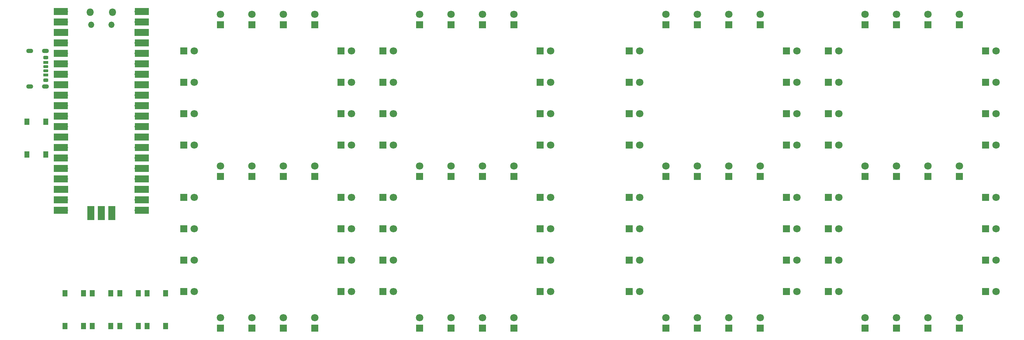
<source format=gbr>
%TF.GenerationSoftware,KiCad,Pcbnew,7.0.8*%
%TF.CreationDate,2023-11-29T08:53:45-05:00*%
%TF.ProjectId,clock,636c6f63-6b2e-46b6-9963-61645f706362,rev?*%
%TF.SameCoordinates,Original*%
%TF.FileFunction,Soldermask,Top*%
%TF.FilePolarity,Negative*%
%FSLAX46Y46*%
G04 Gerber Fmt 4.6, Leading zero omitted, Abs format (unit mm)*
G04 Created by KiCad (PCBNEW 7.0.8) date 2023-11-29 08:53:45*
%MOMM*%
%LPD*%
G01*
G04 APERTURE LIST*
G04 Aperture macros list*
%AMRoundRect*
0 Rectangle with rounded corners*
0 $1 Rounding radius*
0 $2 $3 $4 $5 $6 $7 $8 $9 X,Y pos of 4 corners*
0 Add a 4 corners polygon primitive as box body*
4,1,4,$2,$3,$4,$5,$6,$7,$8,$9,$2,$3,0*
0 Add four circle primitives for the rounded corners*
1,1,$1+$1,$2,$3*
1,1,$1+$1,$4,$5*
1,1,$1+$1,$6,$7*
1,1,$1+$1,$8,$9*
0 Add four rect primitives between the rounded corners*
20,1,$1+$1,$2,$3,$4,$5,0*
20,1,$1+$1,$4,$5,$6,$7,0*
20,1,$1+$1,$6,$7,$8,$9,0*
20,1,$1+$1,$8,$9,$2,$3,0*%
G04 Aperture macros list end*
%ADD10R,1.800000X1.800000*%
%ADD11C,1.800000*%
%ADD12R,1.300000X1.550000*%
%ADD13O,1.800000X1.800000*%
%ADD14O,1.500000X1.500000*%
%ADD15O,1.700000X1.700000*%
%ADD16R,3.500000X1.700000*%
%ADD17R,1.700000X1.700000*%
%ADD18R,1.700000X3.500000*%
%ADD19RoundRect,0.175000X-0.425000X0.175000X-0.425000X-0.175000X0.425000X-0.175000X0.425000X0.175000X0*%
%ADD20RoundRect,0.190000X0.410000X-0.190000X0.410000X0.190000X-0.410000X0.190000X-0.410000X-0.190000X0*%
%ADD21RoundRect,0.200000X0.400000X-0.200000X0.400000X0.200000X-0.400000X0.200000X-0.400000X-0.200000X0*%
%ADD22RoundRect,0.175000X0.425000X-0.175000X0.425000X0.175000X-0.425000X0.175000X-0.425000X-0.175000X0*%
%ADD23RoundRect,0.190000X-0.410000X0.190000X-0.410000X-0.190000X0.410000X-0.190000X0.410000X0.190000X0*%
%ADD24RoundRect,0.200000X-0.400000X0.200000X-0.400000X-0.200000X0.400000X-0.200000X0.400000X0.200000X0*%
%ADD25O,1.700000X1.100000*%
G04 APERTURE END LIST*
D10*
%TO.C,D104*%
X105151000Y-23870600D03*
D11*
X107691000Y-23870600D03*
%TD*%
D10*
%TO.C,D72*%
X143251000Y-46730600D03*
D11*
X145791000Y-46730600D03*
%TD*%
D10*
%TO.C,D1*%
X173731000Y-17520600D03*
D11*
X173731000Y-14980600D03*
%TD*%
D10*
%TO.C,D91*%
X213101000Y-67050600D03*
D11*
X215641000Y-67050600D03*
%TD*%
D10*
%TO.C,D43*%
X164841000Y-31490600D03*
D11*
X167381000Y-31490600D03*
%TD*%
D10*
%TO.C,D36*%
X164841000Y-59430600D03*
D11*
X167381000Y-59430600D03*
%TD*%
D10*
%TO.C,D5*%
X202941000Y-23870600D03*
D11*
X205481000Y-23870600D03*
%TD*%
D10*
%TO.C,D48*%
X56891000Y-23870600D03*
D11*
X59431000Y-23870600D03*
%TD*%
D10*
%TO.C,D22*%
X94991000Y-67050600D03*
D11*
X97531000Y-67050600D03*
%TD*%
D12*
%TO.C,SW3*%
X45938000Y-82689800D03*
X45938000Y-90639800D03*
X41438000Y-82689800D03*
X41438000Y-90639800D03*
%TD*%
D10*
%TO.C,D27*%
X181351000Y-91180600D03*
D11*
X181351000Y-88640600D03*
%TD*%
D10*
%TO.C,D53*%
X65781000Y-54350600D03*
D11*
X65781000Y-51810600D03*
%TD*%
D10*
%TO.C,D81*%
X244851000Y-91180600D03*
D11*
X244851000Y-88640600D03*
%TD*%
D10*
%TO.C,D52*%
X196591000Y-54350600D03*
D11*
X196591000Y-51810600D03*
%TD*%
D10*
%TO.C,D10*%
X73401000Y-17520600D03*
D11*
X73401000Y-14980600D03*
%TD*%
D10*
%TO.C,D21*%
X94991000Y-59430600D03*
D11*
X97531000Y-59430600D03*
%TD*%
D10*
%TO.C,D63*%
X129281000Y-17520600D03*
D11*
X129281000Y-14980600D03*
%TD*%
D12*
%TO.C,SW5*%
X48042000Y-90639800D03*
X48042000Y-82689800D03*
X52542000Y-90639800D03*
X52542000Y-82689800D03*
%TD*%
D10*
%TO.C,D59*%
X237231000Y-17520600D03*
D11*
X237231000Y-14980600D03*
%TD*%
D10*
%TO.C,D103*%
X105151000Y-31490600D03*
D11*
X107691000Y-31490600D03*
%TD*%
D10*
%TO.C,D51*%
X188971000Y-54350600D03*
D11*
X188971000Y-51810600D03*
%TD*%
D10*
%TO.C,D61*%
X114041000Y-17520600D03*
D11*
X114041000Y-14980600D03*
%TD*%
D10*
%TO.C,D45*%
X56891000Y-46730600D03*
D11*
X59431000Y-46730600D03*
%TD*%
D10*
%TO.C,D29*%
X88641000Y-91180600D03*
D11*
X88641000Y-88640600D03*
%TD*%
D10*
%TO.C,D90*%
X213101000Y-74670600D03*
D11*
X215641000Y-74670600D03*
%TD*%
D12*
%TO.C,SW4*%
X18948400Y-48996400D03*
X18948400Y-41046400D03*
X23448400Y-48996400D03*
X23448400Y-41046400D03*
%TD*%
D10*
%TO.C,D96*%
X105151000Y-59430600D03*
D11*
X107691000Y-59430600D03*
%TD*%
D12*
%TO.C,SW2*%
X34732400Y-90639800D03*
X34732400Y-82689800D03*
X39232400Y-90639800D03*
X39232400Y-82689800D03*
%TD*%
D10*
%TO.C,D40*%
X56891000Y-59430600D03*
D11*
X59431000Y-59430600D03*
%TD*%
D10*
%TO.C,D83*%
X229611000Y-91180600D03*
D11*
X229611000Y-88640600D03*
%TD*%
D10*
%TO.C,D19*%
X202941000Y-74670600D03*
D11*
X205481000Y-74670600D03*
%TD*%
D10*
%TO.C,D74*%
X251201000Y-67050600D03*
D11*
X253741000Y-67050600D03*
%TD*%
D10*
%TO.C,D26*%
X188971000Y-91180600D03*
D11*
X188971000Y-88640600D03*
%TD*%
D10*
%TO.C,D67*%
X251201000Y-39110600D03*
D11*
X253741000Y-39110600D03*
%TD*%
D10*
%TO.C,D70*%
X143251000Y-31490600D03*
D11*
X145791000Y-31490600D03*
%TD*%
D10*
%TO.C,D39*%
X56891000Y-67050600D03*
D11*
X59431000Y-67050600D03*
%TD*%
D10*
%TO.C,D56*%
X88641000Y-54350600D03*
D11*
X88641000Y-51810600D03*
%TD*%
D10*
%TO.C,D68*%
X251201000Y-46730600D03*
D11*
X253741000Y-46730600D03*
%TD*%
D10*
%TO.C,D64*%
X136901000Y-17520600D03*
D11*
X136901000Y-14980600D03*
%TD*%
D10*
%TO.C,D109*%
X114041000Y-54350600D03*
D11*
X114041000Y-51810600D03*
%TD*%
D10*
%TO.C,D69*%
X143251000Y-23870600D03*
D11*
X145791000Y-23870600D03*
%TD*%
D10*
%TO.C,D73*%
X251201000Y-59430600D03*
D11*
X253741000Y-59430600D03*
%TD*%
D10*
%TO.C,D89*%
X213101000Y-82290600D03*
D11*
X215641000Y-82290600D03*
%TD*%
D10*
%TO.C,D9*%
X65781000Y-17520600D03*
D11*
X65781000Y-14980600D03*
%TD*%
D10*
%TO.C,D4*%
X196591000Y-17520600D03*
D11*
X196591000Y-14980600D03*
%TD*%
D10*
%TO.C,D88*%
X114041000Y-91180600D03*
D11*
X114041000Y-88640600D03*
%TD*%
D10*
%TO.C,D28*%
X173731000Y-91180600D03*
D11*
X173731000Y-88640600D03*
%TD*%
D10*
%TO.C,D57*%
X221991000Y-17520600D03*
D11*
X221991000Y-14980600D03*
%TD*%
D13*
%TO.C,U1*%
X34206600Y-14455600D03*
D14*
X34506600Y-17485600D03*
X39356600Y-17485600D03*
D13*
X39656600Y-14455600D03*
D15*
X28041600Y-14325600D03*
D16*
X27141600Y-14325600D03*
D15*
X28041600Y-16865600D03*
D16*
X27141600Y-16865600D03*
D17*
X28041600Y-19405600D03*
D16*
X27141600Y-19405600D03*
D15*
X28041600Y-21945600D03*
D16*
X27141600Y-21945600D03*
D15*
X28041600Y-24485600D03*
D16*
X27141600Y-24485600D03*
D15*
X28041600Y-27025600D03*
D16*
X27141600Y-27025600D03*
D15*
X28041600Y-29565600D03*
D16*
X27141600Y-29565600D03*
D17*
X28041600Y-32105600D03*
D16*
X27141600Y-32105600D03*
D15*
X28041600Y-34645600D03*
D16*
X27141600Y-34645600D03*
D15*
X28041600Y-37185600D03*
D16*
X27141600Y-37185600D03*
D15*
X28041600Y-39725600D03*
D16*
X27141600Y-39725600D03*
D15*
X28041600Y-42265600D03*
D16*
X27141600Y-42265600D03*
D17*
X28041600Y-44805600D03*
D16*
X27141600Y-44805600D03*
D15*
X28041600Y-47345600D03*
D16*
X27141600Y-47345600D03*
D15*
X28041600Y-49885600D03*
D16*
X27141600Y-49885600D03*
D15*
X28041600Y-52425600D03*
D16*
X27141600Y-52425600D03*
D15*
X28041600Y-54965600D03*
D16*
X27141600Y-54965600D03*
D17*
X28041600Y-57505600D03*
D16*
X27141600Y-57505600D03*
D15*
X28041600Y-60045600D03*
D16*
X27141600Y-60045600D03*
D15*
X28041600Y-62585600D03*
D16*
X27141600Y-62585600D03*
D15*
X45821600Y-62585600D03*
D16*
X46721600Y-62585600D03*
D15*
X45821600Y-60045600D03*
D16*
X46721600Y-60045600D03*
D17*
X45821600Y-57505600D03*
D16*
X46721600Y-57505600D03*
D15*
X45821600Y-54965600D03*
D16*
X46721600Y-54965600D03*
D15*
X45821600Y-52425600D03*
D16*
X46721600Y-52425600D03*
D15*
X45821600Y-49885600D03*
D16*
X46721600Y-49885600D03*
D15*
X45821600Y-47345600D03*
D16*
X46721600Y-47345600D03*
D17*
X45821600Y-44805600D03*
D16*
X46721600Y-44805600D03*
D15*
X45821600Y-42265600D03*
D16*
X46721600Y-42265600D03*
D15*
X45821600Y-39725600D03*
D16*
X46721600Y-39725600D03*
D15*
X45821600Y-37185600D03*
D16*
X46721600Y-37185600D03*
D15*
X45821600Y-34645600D03*
D16*
X46721600Y-34645600D03*
D17*
X45821600Y-32105600D03*
D16*
X46721600Y-32105600D03*
D15*
X45821600Y-29565600D03*
D16*
X46721600Y-29565600D03*
D15*
X45821600Y-27025600D03*
D16*
X46721600Y-27025600D03*
D15*
X45821600Y-24485600D03*
D16*
X46721600Y-24485600D03*
D15*
X45821600Y-21945600D03*
D16*
X46721600Y-21945600D03*
D17*
X45821600Y-19405600D03*
D16*
X46721600Y-19405600D03*
D15*
X45821600Y-16865600D03*
D16*
X46721600Y-16865600D03*
D15*
X45821600Y-14325600D03*
D16*
X46721600Y-14325600D03*
D15*
X34391600Y-62355600D03*
D18*
X34391600Y-63255600D03*
D17*
X36931600Y-62355600D03*
D18*
X36931600Y-63255600D03*
D15*
X39471600Y-62355600D03*
D18*
X39471600Y-63255600D03*
%TD*%
D12*
%TO.C,SW1*%
X32628400Y-82689800D03*
X32628400Y-90639800D03*
X28128400Y-82689800D03*
X28128400Y-90639800D03*
%TD*%
D10*
%TO.C,D65*%
X251201000Y-23870600D03*
D11*
X253741000Y-23870600D03*
%TD*%
D10*
%TO.C,D24*%
X94991000Y-82290600D03*
D11*
X97531000Y-82290600D03*
%TD*%
D10*
%TO.C,D20*%
X202941000Y-82290600D03*
D11*
X205481000Y-82290600D03*
%TD*%
D10*
%TO.C,D37*%
X56891000Y-82290600D03*
D11*
X59431000Y-82290600D03*
%TD*%
D10*
%TO.C,D54*%
X73401000Y-54350600D03*
D11*
X73401000Y-51810600D03*
%TD*%
D10*
%TO.C,D80*%
X143251000Y-82290600D03*
D11*
X145791000Y-82290600D03*
%TD*%
D10*
%TO.C,D47*%
X56891000Y-31490600D03*
D11*
X59431000Y-31490600D03*
%TD*%
D10*
%TO.C,D34*%
X164841000Y-74670600D03*
D11*
X167381000Y-74670600D03*
%TD*%
D10*
%TO.C,D102*%
X105151000Y-39110600D03*
D11*
X107691000Y-39110600D03*
%TD*%
D10*
%TO.C,D35*%
X164841000Y-67050600D03*
D11*
X167381000Y-67050600D03*
%TD*%
D10*
%TO.C,D112*%
X136901000Y-54350600D03*
D11*
X136901000Y-51810600D03*
%TD*%
D10*
%TO.C,D71*%
X143251000Y-39110600D03*
D11*
X145791000Y-39110600D03*
%TD*%
D10*
%TO.C,D49*%
X173731000Y-54350600D03*
D11*
X173731000Y-51810600D03*
%TD*%
D10*
%TO.C,D17*%
X202941000Y-59430600D03*
D11*
X205481000Y-59430600D03*
%TD*%
D10*
%TO.C,D106*%
X229611000Y-54350600D03*
D11*
X229611000Y-51810600D03*
%TD*%
D10*
%TO.C,D32*%
X65781000Y-91180600D03*
D11*
X65781000Y-88640600D03*
%TD*%
D10*
%TO.C,D100*%
X213101000Y-23870600D03*
D11*
X215641000Y-23870600D03*
%TD*%
D10*
%TO.C,D55*%
X81021000Y-54350600D03*
D11*
X81021000Y-51810600D03*
%TD*%
D10*
%TO.C,D44*%
X164841000Y-23870600D03*
D11*
X167381000Y-23870600D03*
%TD*%
D10*
%TO.C,D15*%
X94991000Y-39110600D03*
D11*
X97531000Y-39110600D03*
%TD*%
D10*
%TO.C,D99*%
X213101000Y-31490600D03*
D11*
X215641000Y-31490600D03*
%TD*%
D10*
%TO.C,D108*%
X244851000Y-54350600D03*
D11*
X244851000Y-51810600D03*
%TD*%
D10*
%TO.C,D66*%
X251201000Y-31490600D03*
D11*
X253741000Y-31490600D03*
%TD*%
D10*
%TO.C,D58*%
X229611000Y-17520600D03*
D11*
X229611000Y-14980600D03*
%TD*%
D10*
%TO.C,D110*%
X121661000Y-54350600D03*
D11*
X121661000Y-51810600D03*
%TD*%
D10*
%TO.C,D23*%
X94991000Y-74670600D03*
D11*
X97531000Y-74670600D03*
%TD*%
D10*
%TO.C,D33*%
X164841000Y-82290600D03*
D11*
X167381000Y-82290600D03*
%TD*%
D10*
%TO.C,D92*%
X213101000Y-59430600D03*
D11*
X215641000Y-59430600D03*
%TD*%
D10*
%TO.C,D7*%
X202941000Y-39110600D03*
D11*
X205481000Y-39110600D03*
%TD*%
D19*
%TO.C,J3*%
X23469600Y-27696000D03*
D20*
X23469600Y-29716000D03*
D21*
X23469600Y-30946000D03*
D22*
X23469600Y-28696000D03*
D23*
X23469600Y-26676000D03*
D24*
X23469600Y-25446000D03*
D25*
X23389600Y-23876000D03*
X19589600Y-23876000D03*
X23389600Y-32516000D03*
X19589600Y-32516000D03*
%TD*%
D10*
%TO.C,D82*%
X237231000Y-91180600D03*
D11*
X237231000Y-88640600D03*
%TD*%
D10*
%TO.C,D79*%
X143251000Y-74670600D03*
D11*
X145791000Y-74670600D03*
%TD*%
D10*
%TO.C,D30*%
X81021000Y-91180600D03*
D11*
X81021000Y-88640600D03*
%TD*%
D10*
%TO.C,D95*%
X105151000Y-67050600D03*
D11*
X107691000Y-67050600D03*
%TD*%
D10*
%TO.C,D16*%
X94991000Y-46730600D03*
D11*
X97531000Y-46730600D03*
%TD*%
D10*
%TO.C,D13*%
X94991000Y-23870600D03*
D11*
X97531000Y-23870600D03*
%TD*%
D10*
%TO.C,D60*%
X244851000Y-17520600D03*
D11*
X244851000Y-14980600D03*
%TD*%
D10*
%TO.C,D2*%
X181351000Y-17520600D03*
D11*
X181351000Y-14980600D03*
%TD*%
D10*
%TO.C,D11*%
X81021000Y-17520600D03*
D11*
X81021000Y-14980600D03*
%TD*%
D10*
%TO.C,D101*%
X105151000Y-46730600D03*
D11*
X107691000Y-46730600D03*
%TD*%
D10*
%TO.C,D50*%
X181351000Y-54350600D03*
D11*
X181351000Y-51810600D03*
%TD*%
D10*
%TO.C,D86*%
X129281000Y-91180600D03*
D11*
X129281000Y-88640600D03*
%TD*%
D10*
%TO.C,D3*%
X188971000Y-17520600D03*
D11*
X188971000Y-14980600D03*
%TD*%
D10*
%TO.C,D76*%
X251201000Y-82290600D03*
D11*
X253741000Y-82290600D03*
%TD*%
D10*
%TO.C,D14*%
X94991000Y-31490600D03*
D11*
X97531000Y-31490600D03*
%TD*%
D10*
%TO.C,D78*%
X143251000Y-67050600D03*
D11*
X145791000Y-67050600D03*
%TD*%
D10*
%TO.C,D42*%
X164841000Y-39110600D03*
D11*
X167381000Y-39110600D03*
%TD*%
D10*
%TO.C,D97*%
X213101000Y-46730600D03*
D11*
X215641000Y-46730600D03*
%TD*%
D10*
%TO.C,D98*%
X213101000Y-39110600D03*
D11*
X215641000Y-39110600D03*
%TD*%
D10*
%TO.C,D94*%
X105151000Y-74670600D03*
D11*
X107691000Y-74670600D03*
%TD*%
D10*
%TO.C,D38*%
X56891000Y-74670600D03*
D11*
X59431000Y-74670600D03*
%TD*%
D10*
%TO.C,D85*%
X136901000Y-91180600D03*
D11*
X136901000Y-88640600D03*
%TD*%
D10*
%TO.C,D77*%
X143251000Y-59430600D03*
D11*
X145791000Y-59430600D03*
%TD*%
D10*
%TO.C,D8*%
X202941000Y-46730600D03*
D11*
X205481000Y-46730600D03*
%TD*%
D10*
%TO.C,D93*%
X105151000Y-82290600D03*
D11*
X107691000Y-82290600D03*
%TD*%
D10*
%TO.C,D41*%
X164841000Y-46730600D03*
D11*
X167381000Y-46730600D03*
%TD*%
D10*
%TO.C,D12*%
X88641000Y-17520600D03*
D11*
X88641000Y-14980600D03*
%TD*%
D10*
%TO.C,D25*%
X196591000Y-91180600D03*
D11*
X196591000Y-88640600D03*
%TD*%
D10*
%TO.C,D105*%
X221991000Y-54350600D03*
D11*
X221991000Y-51810600D03*
%TD*%
D10*
%TO.C,D31*%
X73401000Y-91180600D03*
D11*
X73401000Y-88640600D03*
%TD*%
D10*
%TO.C,D18*%
X202941000Y-67050600D03*
D11*
X205481000Y-67050600D03*
%TD*%
D10*
%TO.C,D107*%
X237231000Y-54350600D03*
D11*
X237231000Y-51810600D03*
%TD*%
D10*
%TO.C,D75*%
X251201000Y-74670600D03*
D11*
X253741000Y-74670600D03*
%TD*%
D10*
%TO.C,D87*%
X121661000Y-91180600D03*
D11*
X121661000Y-88640600D03*
%TD*%
D10*
%TO.C,D84*%
X221991000Y-91180600D03*
D11*
X221991000Y-88640600D03*
%TD*%
D10*
%TO.C,D46*%
X56891000Y-39110600D03*
D11*
X59431000Y-39110600D03*
%TD*%
D10*
%TO.C,D111*%
X129281000Y-54350600D03*
D11*
X129281000Y-51810600D03*
%TD*%
D10*
%TO.C,D6*%
X202941000Y-31490600D03*
D11*
X205481000Y-31490600D03*
%TD*%
D10*
%TO.C,D62*%
X121661000Y-17520600D03*
D11*
X121661000Y-14980600D03*
%TD*%
M02*

</source>
